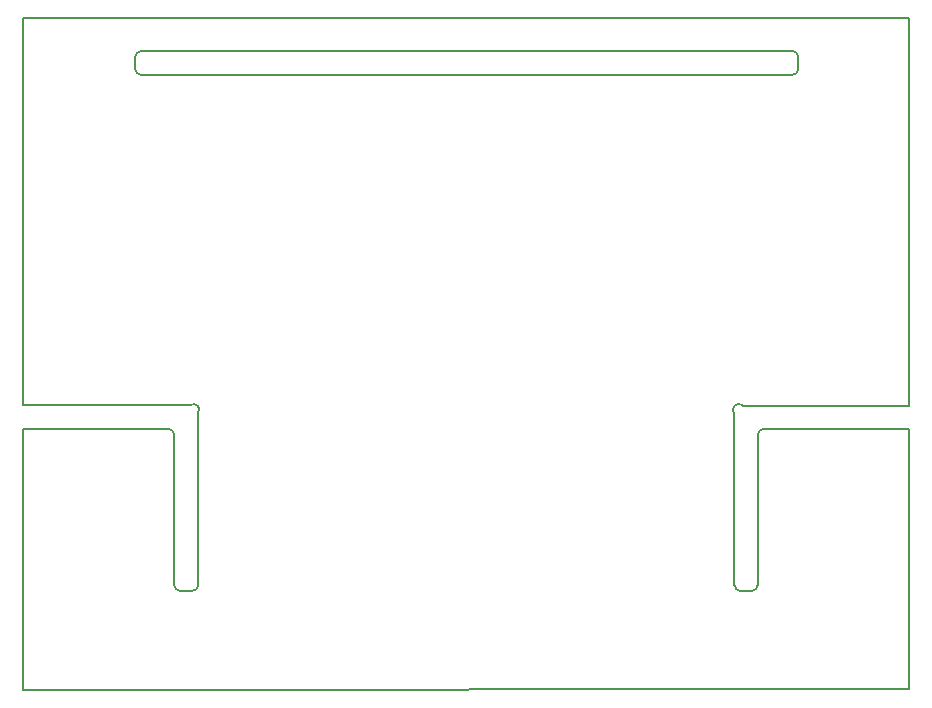
<source format=gbr>
%TF.GenerationSoftware,KiCad,Pcbnew,(5.1.8)-1*%
%TF.CreationDate,2021-12-10T09:08:58+01:00*%
%TF.ProjectId,FirePlaceBase,46697265-506c-4616-9365-426173652e6b,rev?*%
%TF.SameCoordinates,Original*%
%TF.FileFunction,Profile,NP*%
%FSLAX46Y46*%
G04 Gerber Fmt 4.6, Leading zero omitted, Abs format (unit mm)*
G04 Created by KiCad (PCBNEW (5.1.8)-1) date 2021-12-10 09:08:58*
%MOMM*%
%LPD*%
G01*
G04 APERTURE LIST*
%TA.AperFunction,Profile*%
%ADD10C,0.200000*%
%TD*%
G04 APERTURE END LIST*
D10*
X143573500Y-29400500D02*
G75*
G02*
X143065500Y-29908500I-508000J0D01*
G01*
X143065500Y-27876500D02*
G75*
G02*
X143573500Y-28384500I0J-508000D01*
G01*
X87947500Y-29908500D02*
G75*
G02*
X87439500Y-29400500I0J508000D01*
G01*
X87439500Y-28384500D02*
G75*
G02*
X87947500Y-27876500I508000J0D01*
G01*
X138176000Y-58674000D02*
G75*
G02*
X138938000Y-57912000I381000J381000D01*
G01*
X140144500Y-60388500D02*
G75*
G02*
X140652500Y-59880500I508000J0D01*
G01*
X140144500Y-73088500D02*
G75*
G02*
X139636500Y-73596500I-508000J0D01*
G01*
X138684000Y-73596500D02*
G75*
G02*
X138176000Y-73088500I0J508000D01*
G01*
X92138500Y-57848500D02*
G75*
G02*
X92773500Y-58483500I254000J-381000D01*
G01*
X92773500Y-73088500D02*
G75*
G02*
X92265500Y-73596500I-508000J0D01*
G01*
X91249500Y-73596500D02*
G75*
G02*
X90741500Y-73088500I0J508000D01*
G01*
X90233500Y-59880500D02*
G75*
G02*
X90741500Y-60388500I0J-508000D01*
G01*
X77971500Y-29702500D02*
X77971500Y-28102500D01*
X139636500Y-73596500D02*
X138684000Y-73596500D01*
X152971500Y-29702500D02*
X152971500Y-28102500D01*
X92773500Y-73088500D02*
X92773500Y-58483500D01*
X143065500Y-29908500D02*
X87947500Y-29908500D01*
X92138500Y-57848500D02*
X77971500Y-57848500D01*
X152971500Y-57912000D02*
X138938000Y-57912000D01*
X77978000Y-81978500D02*
X77971500Y-59880500D01*
X152971500Y-81915000D02*
X152971500Y-59880500D01*
X152971500Y-28102500D02*
X152971500Y-25102500D01*
X87947500Y-27876500D02*
X143065500Y-27876500D01*
X77978000Y-81978500D02*
X152971500Y-81915000D01*
X152971500Y-25102500D02*
X77971500Y-25102500D01*
X140144500Y-73088500D02*
X140144500Y-60388500D01*
X77971500Y-57848500D02*
X77971500Y-29702500D01*
X152971500Y-59880500D02*
X140652500Y-59880500D01*
X91249500Y-73596500D02*
X92265500Y-73596500D01*
X77971500Y-28102500D02*
X77971500Y-25102500D01*
X90233500Y-59880500D02*
X77971500Y-59880500D01*
X138176000Y-73088500D02*
X138176000Y-58674000D01*
X87439500Y-28384500D02*
X87439500Y-29400500D01*
X90741500Y-73088500D02*
X90741500Y-60388500D01*
X143573500Y-28384500D02*
X143573500Y-29400500D01*
X152971500Y-57912000D02*
X152971500Y-29702500D01*
M02*

</source>
